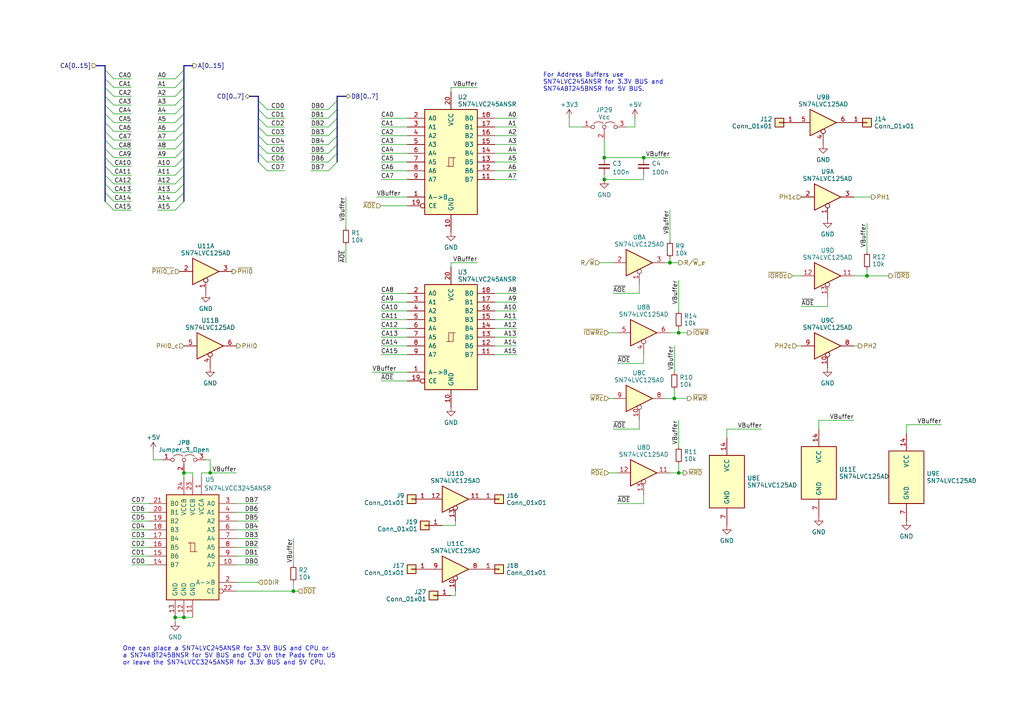
<source format=kicad_sch>
(kicad_sch (version 20231120) (generator "eeschema") (generator_version "8.0")
  (paper "A4")
  (title_block (date "2023-06-29") (rev "v1.0") (company "100% Offner") (comment 1 "v1: Initial"))
  (lib_symbols
    (symbol "74xx:74LS125" (pin_names (offset 1.016))
      (property "Reference" "U" (at 0 1.27 0))
      (property "Value" "74LS125" (at 0 -1.27 0))
      (symbol "74LS125_1_0"
        (polyline (pts (xy -3.81 3.81) (xy -3.81 -3.81) (xy 3.81 0) (xy -3.81 3.81)) (stroke (width 0.254)) (fill (type background)))
        (pin input inverted (at 0 -6.35 90) (length 4.445) (name "~") (number "1"))
        (pin input line (at -7.62 0 0) (length 3.81) (name "~") (number "2"))
        (pin tri_state line (at 7.62 0 180) (length 3.81) (name "~") (number "3"))
      )
      (symbol "74LS125_2_0"
        (polyline (pts (xy -3.81 3.81) (xy -3.81 -3.81) (xy 3.81 0) (xy -3.81 3.81)) (stroke (width 0.254)) (fill (type background)))
        (pin input inverted (at 0 -6.35 90) (length 4.445) (name "~") (number "4"))
        (pin input line (at -7.62 0 0) (length 3.81) (name "~") (number "5"))
        (pin tri_state line (at 7.62 0 180) (length 3.81) (name "~") (number "6"))
      )
      (symbol "74LS125_3_0"
        (polyline (pts (xy -3.81 3.81) (xy -3.81 -3.81) (xy 3.81 0) (xy -3.81 3.81)) (stroke (width 0.254)) (fill (type background)))
        (pin input inverted (at 0 -6.35 90) (length 4.445) (name "~") (number "10"))
        (pin tri_state line (at 7.62 0 180) (length 3.81) (name "~") (number "8"))
        (pin input line (at -7.62 0 0) (length 3.81) (name "~") (number "9"))
      )
      (symbol "74LS125_4_0"
        (polyline (pts (xy -3.81 3.81) (xy -3.81 -3.81) (xy 3.81 0) (xy -3.81 3.81)) (stroke (width 0.254)) (fill (type background)))
        (pin tri_state line (at 7.62 0 180) (length 3.81) (name "~") (number "11"))
        (pin input line (at -7.62 0 0) (length 3.81) (name "~") (number "12"))
        (pin input inverted (at 0 -6.35 90) (length 4.445) (name "~") (number "13"))
      )
      (symbol "74LS125_5_0"
        (pin power_in line (at 0 12.7 270) (length 5.08) (name "VCC") (number "14"))
        (pin power_in line (at 0 -12.7 90) (length 5.08) (name "GND") (number "7"))
      )
      (symbol "74LS125_5_1"
        (rectangle (start -5.08 7.62) (end 5.08 -7.62) (stroke (width 0.254)) (fill (type background)))
      )
    )
    (symbol "74xx:74LS245" (pin_names (offset 1.016))
      (property "Reference" "U" (at -7.62 16.51 0))
      (property "Value" "74LS245" (at -7.62 -16.51 0))
      (symbol "74LS245_1_0"
        (polyline (pts (xy -0.635 -1.27) (xy -0.635 1.27) (xy 0.635 1.27)))
        (polyline (pts (xy -1.27 -1.27) (xy 0.635 -1.27) (xy 0.635 1.27) (xy 1.27 1.27)))
        (pin input line (at -12.7 -10.16 0) (length 5.08) (name "A->B") (number "1"))
        (pin power_in line (at 0 -20.32 90) (length 5.08) (name "GND") (number "10"))
        (pin tri_state line (at 12.7 -5.08 180) (length 5.08) (name "B7") (number "11"))
        (pin tri_state line (at 12.7 -2.54 180) (length 5.08) (name "B6") (number "12"))
        (pin tri_state line (at 12.7 0 180) (length 5.08) (name "B5") (number "13"))
        (pin tri_state line (at 12.7 2.54 180) (length 5.08) (name "B4") (number "14"))
        (pin tri_state line (at 12.7 5.08 180) (length 5.08) (name "B3") (number "15"))
        (pin tri_state line (at 12.7 7.62 180) (length 5.08) (name "B2") (number "16"))
        (pin tri_state line (at 12.7 10.16 180) (length 5.08) (name "B1") (number "17"))
        (pin tri_state line (at 12.7 12.7 180) (length 5.08) (name "B0") (number "18"))
        (pin input inverted (at -12.7 -12.7 0) (length 5.08) (name "CE") (number "19"))
        (pin tri_state line (at -12.7 12.7 0) (length 5.08) (name "A0") (number "2"))
        (pin power_in line (at 0 20.32 270) (length 5.08) (name "VCC") (number "20"))
        (pin tri_state line (at -12.7 10.16 0) (length 5.08) (name "A1") (number "3"))
        (pin tri_state line (at -12.7 7.62 0) (length 5.08) (name "A2") (number "4"))
        (pin tri_state line (at -12.7 5.08 0) (length 5.08) (name "A3") (number "5"))
        (pin tri_state line (at -12.7 2.54 0) (length 5.08) (name "A4") (number "6"))
        (pin tri_state line (at -12.7 0 0) (length 5.08) (name "A5") (number "7"))
        (pin tri_state line (at -12.7 -2.54 0) (length 5.08) (name "A6") (number "8"))
        (pin tri_state line (at -12.7 -5.08 0) (length 5.08) (name "A7") (number "9"))
      )
      (symbol "74LS245_1_1"
        (rectangle (start -7.62 15.24) (end 7.62 -15.24) (stroke (width 0.254)) (fill (type background)))
      )
    )
    (symbol "Connector_Generic:Conn_01x01" (pin_names (offset 1.016) hide)
      (property "Reference" "J" (at 0 2.54 0))
      (property "Value" "Conn_01x01" (at 0 -2.54 0))
      (symbol "Conn_01x01_1_1"
        (rectangle (start -1.27 0.127) (end 0 -0.127) (stroke (width 0.1524)))
        (rectangle (start -1.27 1.27) (end 1.27 -1.27) (stroke (width 0.254)) (fill (type background)))
        (pin passive line (at -5.08 0 0) (length 3.81) (name "Pin_1") (number "1"))
      )
    )
    (symbol "Device:C_Small" (pin_numbers hide) (pin_names (offset 0.254) hide)
      (property "Reference" "C" (at 0.254 1.778 0))
      (property "Value" "C_Small" (at 0.254 -2.032 0))
      (symbol "C_Small_0_1"
        (polyline (pts (xy -1.524 -0.508) (xy 1.524 -0.508)) (stroke (width 0.3302)))
        (polyline (pts (xy -1.524 0.508) (xy 1.524 0.508)) (stroke (width 0.3048)))
      )
      (symbol "C_Small_1_1"
        (pin passive line (at 0 2.54 270) (length 2.032) (name "~") (number "1"))
        (pin passive line (at 0 -2.54 90) (length 2.032) (name "~") (number "2"))
      )
    )
    (symbol "Device:R_Small" (pin_numbers hide) (pin_names (offset 0.254) hide)
      (property "Reference" "R" (at 0.762 0.508 0))
      (property "Value" "R_Small" (at 0.762 -1.016 0))
      (symbol "R_Small_0_1"
        (rectangle (start -0.762 1.778) (end 0.762 -1.778) (stroke (width 0.2032)))
      )
      (symbol "R_Small_1_1"
        (pin passive line (at 0 2.54 270) (length 0.762) (name "~") (number "1"))
        (pin passive line (at 0 -2.54 90) (length 0.762) (name "~") (number "2"))
      )
    )
    (symbol "Jumper:Jumper_3_Open" (pin_names (offset 0) hide)
      (property "Reference" "JP" (at -2.54 -2.54 0))
      (property "Value" "Jumper_3_Open" (at 0 2.794 0))
      (symbol "Jumper_3_Open_0_0"
        (circle (center -3.302 0) (radius 0.508))
        (circle (center 0 0) (radius 0.508))
        (circle (center 3.302 0) (radius 0.508))
      )
      (symbol "Jumper_3_Open_0_1"
        (arc (start -0.254 1.016) (mid -1.651 1.4992) (end -3.048 1.016))
        (polyline (pts (xy 0 -0.508) (xy 0 -1.27)))
        (arc (start 3.048 1.016) (mid 1.651 1.4992) (end 0.254 1.016))
      )
      (symbol "Jumper_3_Open_1_1"
        (pin passive line (at -6.35 0 0) (length 2.54) (name "A") (number "1"))
        (pin passive line (at 0 -3.81 90) (length 2.54) (name "C") (number "2"))
        (pin passive line (at 6.35 0 180) (length 2.54) (name "B") (number "3"))
      )
    )
    (symbol "my_ics_new:74LVC4245" (pin_names (offset 1.016))
      (property "Reference" "U" (at -7.62 19.05 0))
      (property "Value" "74LVC4245" (at -10.16 16.51 0))
      (symbol "74LVC4245_1_0"
        (polyline (pts (xy -0.635 -1.27) (xy -0.635 1.27) (xy 0.635 1.27)))
        (polyline (pts (xy -1.27 -1.27) (xy 0.635 -1.27) (xy 0.635 1.27) (xy 1.27 1.27)))
        (pin power_in line (at -2.54 20.32 270) (length 5.08) (name "VCCA") (number "1"))
        (pin tri_state line (at -12.7 -5.08 0) (length 5.08) (name "A7") (number "10"))
        (pin power_in line (at 0 -20.32 90) (length 5.08) (name "GND") (number "11"))
        (pin power_in line (at 2.54 -20.32 90) (length 5.08) (name "GND") (number "12"))
        (pin power_in line (at 5.08 -20.32 90) (length 5.08) (name "GND") (number "13"))
        (pin tri_state line (at 12.7 -5.08 180) (length 5.08) (name "B7") (number "14"))
        (pin tri_state line (at 12.7 -2.54 180) (length 5.08) (name "B6") (number "15"))
        (pin tri_state line (at 12.7 0 180) (length 5.08) (name "B5") (number "16"))
        (pin tri_state line (at 12.7 2.54 180) (length 5.08) (name "B4") (number "17"))
        (pin tri_state line (at 12.7 5.08 180) (length 5.08) (name "B3") (number "18"))
        (pin tri_state line (at 12.7 7.62 180) (length 5.08) (name "B2") (number "19"))
        (pin input line (at -12.7 -10.16 0) (length 5.08) (name "A->B") (number "2"))
        (pin tri_state line (at 12.7 10.16 180) (length 5.08) (name "B1") (number "20"))
        (pin tri_state line (at 12.7 12.7 180) (length 5.08) (name "B0") (number "21"))
        (pin input inverted (at -12.7 -12.7 0) (length 5.08) (name "CE") (number "22"))
        (pin power_in line (at 0 20.32 270) (length 5.08) (name "VCCB") (number "23"))
        (pin power_in line (at 2.54 20.32 270) (length 5.08) (name "VCCB") (number "24"))
        (pin tri_state line (at -12.7 12.7 0) (length 5.08) (name "A0") (number "3"))
        (pin tri_state line (at -12.7 10.16 0) (length 5.08) (name "A1") (number "4"))
        (pin tri_state line (at -12.7 7.62 0) (length 5.08) (name "A2") (number "5"))
        (pin tri_state line (at -12.7 5.08 0) (length 5.08) (name "A3") (number "6"))
        (pin tri_state line (at -12.7 2.54 0) (length 5.08) (name "A4") (number "7"))
        (pin tri_state line (at -12.7 0 0) (length 5.08) (name "A5") (number "8"))
        (pin tri_state line (at -12.7 -2.54 0) (length 5.08) (name "A6") (number "9"))
      )
      (symbol "74LVC4245_1_1"
        (rectangle (start -7.62 15.24) (end 7.62 -15.24) (stroke (width 0.254)) (fill (type background)))
      )
    )
    (symbol "power:+3V3" (power) (pin_names (offset 0))
      (property "Value" "+3V3" (at 0 3.556 0))
      (symbol "+3V3_0_1"
        (polyline (pts (xy -0.762 1.27) (xy 0 2.54)))
        (polyline (pts (xy 0 0) (xy 0 2.54)))
        (polyline (pts (xy 0 2.54) (xy 0.762 1.27)))
      )
      (symbol "+3V3_1_1"
        (pin power_in line (at 0 0 90) (length 0) hide (name "+3V3") (number "1"))
      )
    )
    (symbol "power:+5V" (power) (pin_names (offset 0))
      (property "Value" "+5V" (at 0 3.556 0))
      (symbol "+5V_0_1"
        (polyline (pts (xy -0.762 1.27) (xy 0 2.54)))
        (polyline (pts (xy 0 0) (xy 0 2.54)))
        (polyline (pts (xy 0 2.54) (xy 0.762 1.27)))
      )
      (symbol "+5V_1_1"
        (pin power_in line (at 0 0 90) (length 0) hide (name "+5V") (number "1"))
      )
    )
    (symbol "power:GND" (power) (pin_names (offset 0))
      (property "Value" "GND" (at 0 -3.81 0))
      (symbol "GND_0_1"
        (polyline (pts (xy 0 0) (xy 0 -1.27) (xy 1.27 -1.27) (xy 0 -2.54) (xy -1.27 -1.27) (xy 0 -1.27)))
      )
      (symbol "GND_1_1"
        (pin power_in line (at 0 0 270) (length 0) hide (name "GND") (number "1"))
      )
    )
  )
  (junction (at 194.31 76.2))
  (junction (at 53.34 137.16))
  (junction (at 195.58 115.57))
  (junction (at 85.09 171.45))
  (junction (at 175.26 52.07))
  (junction (at 196.85 96.52))
  (junction (at 186.69 45.72))
  (junction (at 196.85 137.16))
  (junction (at 53.34 179.07))
  (junction (at 251.46 80.01))
  (junction (at 60.96 137.16))
  (junction (at 50.8 179.07))
  (junction (at 175.26 45.72))
  (bus_entry (at 53.34 22.86) (size -2.54 2.54))
  (bus_entry (at 53.34 53.34) (size -2.54 2.54))
  (bus_entry (at 53.34 25.4) (size -2.54 2.54))
  (bus_entry (at 53.34 43.18) (size -2.54 2.54))
  (bus_entry (at 30.48 53.34) (size 2.54 2.54))
  (bus_entry (at 30.48 22.86) (size 2.54 2.54))
  (bus_entry (at 30.48 45.72) (size 2.54 2.54))
  (bus_entry (at 30.48 27.94) (size 2.54 2.54))
  (bus_entry (at 74.93 41.91) (size 2.54 2.54))
  (bus_entry (at 30.48 30.48) (size 2.54 2.54))
  (bus_entry (at 30.48 58.42) (size 2.54 2.54))
  (bus_entry (at 74.93 36.83) (size 2.54 2.54))
  (bus_entry (at 74.93 39.37) (size 2.54 2.54))
  (bus_entry (at 30.48 55.88) (size 2.54 2.54))
  (bus_entry (at 74.93 44.45) (size 2.54 2.54))
  (bus_entry (at 53.34 40.64) (size -2.54 2.54))
  (bus_entry (at 53.34 55.88) (size -2.54 2.54))
  (bus_entry (at 97.79 29.21) (size -2.54 2.54))
  (bus_entry (at 74.93 29.21) (size 2.54 2.54))
  (bus_entry (at 30.48 50.8) (size 2.54 2.54))
  (bus_entry (at 53.34 30.48) (size -2.54 2.54))
  (bus_entry (at 30.48 48.26) (size 2.54 2.54))
  (bus_entry (at 53.34 38.1) (size -2.54 2.54))
  (bus_entry (at 53.34 45.72) (size -2.54 2.54))
  (bus_entry (at 53.34 33.02) (size -2.54 2.54))
  (bus_entry (at 53.34 58.42) (size -2.54 2.54))
  (bus_entry (at 53.34 35.56) (size -2.54 2.54))
  (bus_entry (at 53.34 20.32) (size -2.54 2.54))
  (bus_entry (at 74.93 46.99) (size 2.54 2.54))
  (bus_entry (at 74.93 31.75) (size 2.54 2.54))
  (bus_entry (at 74.93 34.29) (size 2.54 2.54))
  (bus_entry (at 97.79 31.75) (size -2.54 2.54))
  (bus_entry (at 53.34 50.8) (size -2.54 2.54))
  (bus_entry (at 30.48 38.1) (size 2.54 2.54))
  (bus_entry (at 30.48 43.18) (size 2.54 2.54))
  (bus_entry (at 30.48 25.4) (size 2.54 2.54))
  (bus_entry (at 53.34 27.94) (size -2.54 2.54))
  (bus_entry (at 97.79 36.83) (size -2.54 2.54))
  (bus_entry (at 53.34 48.26) (size -2.54 2.54))
  (bus_entry (at 97.79 44.45) (size -2.54 2.54))
  (bus_entry (at 30.48 35.56) (size 2.54 2.54))
  (bus_entry (at 97.79 46.99) (size -2.54 2.54))
  (bus_entry (at 30.48 20.32) (size 2.54 2.54))
  (bus_entry (at 97.79 41.91) (size -2.54 2.54))
  (bus_entry (at 30.48 40.64) (size 2.54 2.54))
  (bus_entry (at 97.79 34.29) (size -2.54 2.54))
  (bus_entry (at 30.48 33.02) (size 2.54 2.54))
  (bus_entry (at 97.79 39.37) (size -2.54 2.54))
  (wire (pts (xy 90.17 36.83) (xy 95.25 36.83)))
  (wire (pts (xy 143.51 95.25) (xy 149.86 95.25)))
  (wire (pts (xy 110.49 41.91) (xy 118.11 41.91)))
  (bus (pts (xy 30.48 50.8) (xy 30.48 48.26)))
  (bus (pts (xy 97.79 44.45) (xy 97.79 41.91)))
  (wire (pts (xy 74.93 148.59) (xy 68.58 148.59)))
  (bus (pts (xy 30.48 48.26) (xy 30.48 45.72)))
  (wire (pts (xy 110.49 90.17) (xy 118.11 90.17)))
  (wire (pts (xy 132.08 152.4) (xy 132.08 151.13)))
  (bus (pts (xy 97.79 41.91) (xy 97.79 39.37)))
  (wire (pts (xy 90.17 49.53) (xy 95.25 49.53)))
  (wire (pts (xy 90.17 31.75) (xy 95.25 31.75)))
  (wire (pts (xy 60.96 137.16) (xy 58.42 137.16)))
  (bus (pts (xy 53.34 33.02) (xy 53.34 30.48)))
  (wire (pts (xy 45.72 30.48) (xy 50.8 30.48)))
  (wire (pts (xy 251.46 78.105) (xy 251.46 80.01)))
  (bus (pts (xy 53.34 38.1) (xy 53.34 35.56)))
  (wire (pts (xy 90.17 39.37) (xy 95.25 39.37)))
  (wire (pts (xy 143.51 44.45) (xy 149.86 44.45)))
  (bus (pts (xy 30.48 38.1) (xy 30.48 35.56)))
  (wire (pts (xy 110.49 49.53) (xy 118.11 49.53)))
  (wire (pts (xy 195.58 113.03) (xy 195.58 115.57)))
  (wire (pts (xy 38.1 38.1) (xy 33.02 38.1)))
  (wire (pts (xy 251.46 80.01) (xy 257.81 80.01)))
  (bus (pts (xy 53.34 30.48) (xy 53.34 27.94)))
  (wire (pts (xy 68.58 137.16) (xy 60.96 137.16)))
  (wire (pts (xy 90.17 34.29) (xy 95.25 34.29)))
  (wire (pts (xy 132.08 172.72) (xy 132.08 171.45)))
  (wire (pts (xy 110.49 44.45) (xy 118.11 44.45)))
  (wire (pts (xy 100.33 57.15) (xy 100.33 66.04)))
  (wire (pts (xy 45.72 27.94) (xy 50.8 27.94)))
  (wire (pts (xy 185.42 85.09) (xy 185.42 82.55)))
  (wire (pts (xy 179.07 146.05) (xy 186.69 146.05)))
  (wire (pts (xy 110.49 110.49) (xy 118.11 110.49)))
  (wire (pts (xy 43.18 153.67) (xy 38.1 153.67)))
  (wire (pts (xy 82.55 41.91) (xy 77.47 41.91)))
  (wire (pts (xy 38.1 50.8) (xy 33.02 50.8)))
  (bus (pts (xy 53.34 45.72) (xy 53.34 43.18)))
  (wire (pts (xy 43.18 148.59) (xy 38.1 148.59)))
  (wire (pts (xy 143.51 49.53) (xy 149.86 49.53)))
  (wire (pts (xy 53.34 179.07) (xy 55.88 179.07)))
  (bus (pts (xy 74.93 39.37) (xy 74.93 36.83)))
  (wire (pts (xy 82.55 49.53) (xy 77.47 49.53)))
  (wire (pts (xy 186.69 45.72) (xy 194.31 45.72)))
  (wire (pts (xy 38.1 30.48) (xy 33.02 30.48)))
  (wire (pts (xy 38.1 55.88) (xy 33.02 55.88)))
  (wire (pts (xy 237.49 121.92) (xy 247.65 121.92)))
  (wire (pts (xy 82.55 39.37) (xy 77.47 39.37)))
  (wire (pts (xy 60.96 133.35) (xy 60.96 137.16)))
  (wire (pts (xy 232.41 88.9) (xy 240.03 88.9)))
  (wire (pts (xy 43.18 146.05) (xy 38.1 146.05)))
  (wire (pts (xy 45.72 53.34) (xy 50.8 53.34)))
  (bus (pts (xy 53.34 22.86) (xy 53.34 20.32)))
  (wire (pts (xy 86.36 171.45) (xy 85.09 171.45)))
  (bus (pts (xy 53.34 25.4) (xy 53.34 22.86)))
  (wire (pts (xy 252.73 57.15) (xy 247.65 57.15)))
  (wire (pts (xy 110.49 34.29) (xy 118.11 34.29)))
  (bus (pts (xy 53.34 27.94) (xy 53.34 25.4)))
  (wire (pts (xy 251.46 64.77) (xy 251.46 73.025)))
  (wire (pts (xy 168.91 36.83) (xy 165.1 36.83)))
  (wire (pts (xy 45.72 60.96) (xy 50.8 60.96)))
  (wire (pts (xy 74.93 156.21) (xy 68.58 156.21)))
  (bus (pts (xy 30.48 35.56) (xy 30.48 33.02)))
  (wire (pts (xy 38.1 35.56) (xy 33.02 35.56)))
  (wire (pts (xy 237.49 124.46) (xy 237.49 121.92)))
  (wire (pts (xy 45.72 25.4) (xy 50.8 25.4)))
  (bus (pts (xy 30.48 19.05) (xy 27.94 19.05)))
  (bus (pts (xy 53.34 20.32) (xy 53.34 19.05)))
  (wire (pts (xy 90.17 46.99) (xy 95.25 46.99)))
  (bus (pts (xy 74.93 27.94) (xy 72.39 27.94)))
  (wire (pts (xy 109.22 57.15) (xy 118.11 57.15)))
  (bus (pts (xy 97.79 27.94) (xy 100.33 27.94)))
  (wire (pts (xy 110.49 52.07) (xy 118.11 52.07)))
  (wire (pts (xy 130.81 172.72) (xy 132.08 172.72)))
  (bus (pts (xy 97.79 36.83) (xy 97.79 34.29)))
  (bus (pts (xy 30.48 30.48) (xy 30.48 27.94)))
  (wire (pts (xy 173.99 76.2) (xy 177.8 76.2)))
  (wire (pts (xy 177.8 124.46) (xy 185.42 124.46)))
  (wire (pts (xy 110.49 100.33) (xy 118.11 100.33)))
  (wire (pts (xy 45.72 22.86) (xy 50.8 22.86)))
  (bus (pts (xy 30.48 40.64) (xy 30.48 38.1)))
  (wire (pts (xy 143.51 87.63) (xy 149.86 87.63)))
  (wire (pts (xy 110.49 36.83) (xy 118.11 36.83)))
  (wire (pts (xy 194.31 137.16) (xy 196.85 137.16)))
  (wire (pts (xy 247.65 80.01) (xy 251.46 80.01)))
  (wire (pts (xy 38.1 60.96) (xy 33.02 60.96)))
  (wire (pts (xy 110.49 92.71) (xy 118.11 92.71)))
  (wire (pts (xy 45.72 35.56) (xy 50.8 35.56)))
  (wire (pts (xy 100.33 71.12) (xy 100.33 76.2)))
  (wire (pts (xy 38.1 33.02) (xy 33.02 33.02)))
  (wire (pts (xy 74.93 163.83) (xy 68.58 163.83)))
  (wire (pts (xy 196.85 95.25) (xy 196.85 96.52)))
  (wire (pts (xy 43.18 158.75) (xy 38.1 158.75)))
  (bus (pts (xy 53.34 50.8) (xy 53.34 48.26)))
  (wire (pts (xy 58.42 137.16) (xy 58.42 138.43)))
  (wire (pts (xy 143.51 39.37) (xy 149.86 39.37)))
  (wire (pts (xy 38.1 48.26) (xy 33.02 48.26)))
  (wire (pts (xy 45.72 58.42) (xy 50.8 58.42)))
  (wire (pts (xy 143.51 52.07) (xy 149.86 52.07)))
  (bus (pts (xy 30.48 43.18) (xy 30.48 40.64)))
  (bus (pts (xy 30.48 53.34) (xy 30.48 50.8)))
  (bus (pts (xy 30.48 58.42) (xy 30.48 55.88)))
  (wire (pts (xy 175.26 40.64) (xy 175.26 45.72)))
  (wire (pts (xy 175.26 52.07) (xy 175.26 50.8)))
  (wire (pts (xy 143.51 46.99) (xy 149.86 46.99)))
  (wire (pts (xy 45.72 50.8) (xy 50.8 50.8)))
  (wire (pts (xy 59.69 133.35) (xy 60.96 133.35)))
  (wire (pts (xy 240.03 88.9) (xy 240.03 86.36)))
  (wire (pts (xy 229.87 80.01) (xy 232.41 80.01)))
  (wire (pts (xy 38.1 22.86) (xy 33.02 22.86)))
  (wire (pts (xy 110.49 46.99) (xy 118.11 46.99)))
  (wire (pts (xy 196.85 134.62) (xy 196.85 137.16)))
  (bus (pts (xy 97.79 34.29) (xy 97.79 31.75)))
  (bus (pts (xy 30.48 25.4) (xy 30.48 22.86)))
  (wire (pts (xy 143.51 90.17) (xy 149.86 90.17)))
  (bus (pts (xy 97.79 29.21) (xy 97.79 27.94)))
  (wire (pts (xy 43.18 163.83) (xy 38.1 163.83)))
  (bus (pts (xy 97.79 39.37) (xy 97.79 36.83)))
  (wire (pts (xy 85.09 168.91) (xy 85.09 171.45)))
  (bus (pts (xy 30.48 22.86) (xy 30.48 20.32)))
  (bus (pts (xy 30.48 33.02) (xy 30.48 30.48)))
  (wire (pts (xy 143.51 41.91) (xy 149.86 41.91)))
  (bus (pts (xy 30.48 55.88) (xy 30.48 53.34)))
  (bus (pts (xy 30.48 20.32) (xy 30.48 19.05)))
  (bus (pts (xy 53.34 35.56) (xy 53.34 33.02)))
  (wire (pts (xy 50.8 180.34) (xy 50.8 179.07)))
  (wire (pts (xy 210.82 127) (xy 210.82 124.46)))
  (bus (pts (xy 74.93 34.29) (xy 74.93 31.75)))
  (wire (pts (xy 194.31 60.96) (xy 194.31 69.85)))
  (wire (pts (xy 130.81 76.2) (xy 138.43 76.2)))
  (wire (pts (xy 175.26 45.72) (xy 186.69 45.72)))
  (wire (pts (xy 179.07 105.41) (xy 186.69 105.41)))
  (wire (pts (xy 231.14 100.33) (xy 232.41 100.33)))
  (wire (pts (xy 186.69 52.07) (xy 186.69 50.8)))
  (wire (pts (xy 82.55 46.99) (xy 77.47 46.99)))
  (wire (pts (xy 38.1 25.4) (xy 33.02 25.4)))
  (wire (pts (xy 248.92 100.33) (xy 247.65 100.33)))
  (wire (pts (xy 82.55 44.45) (xy 77.47 44.45)))
  (wire (pts (xy 196.85 81.28) (xy 196.85 90.17)))
  (wire (pts (xy 82.55 36.83) (xy 77.47 36.83)))
  (wire (pts (xy 262.89 125.73) (xy 262.89 123.19)))
  (wire (pts (xy 38.1 45.72) (xy 33.02 45.72)))
  (bus (pts (xy 53.34 19.05) (xy 55.88 19.05)))
  (wire (pts (xy 68.58 171.45) (xy 85.09 171.45)))
  (bus (pts (xy 74.93 31.75) (xy 74.93 29.21)))
  (wire (pts (xy 45.72 40.64) (xy 50.8 40.64)))
  (wire (pts (xy 143.51 102.87) (xy 149.86 102.87)))
  (wire (pts (xy 45.72 48.26) (xy 50.8 48.26)))
  (wire (pts (xy 107.95 107.95) (xy 118.11 107.95)))
  (wire (pts (xy 38.1 58.42) (xy 33.02 58.42)))
  (bus (pts (xy 53.34 58.42) (xy 53.34 55.88)))
  (bus (pts (xy 74.93 29.21) (xy 74.93 27.94)))
  (wire (pts (xy 45.72 55.88) (xy 50.8 55.88)))
  (wire (pts (xy 82.55 34.29) (xy 77.47 34.29)))
  (bus (pts (xy 74.93 41.91) (xy 74.93 39.37)))
  (wire (pts (xy 184.15 36.83) (xy 181.61 36.83)))
  (wire (pts (xy 85.09 156.21) (xy 85.09 163.83)))
  (bus (pts (xy 97.79 46.99) (xy 97.79 44.45)))
  (wire (pts (xy 53.34 137.16) (xy 53.34 138.43)))
  (wire (pts (xy 176.53 137.16) (xy 179.07 137.16)))
  (wire (pts (xy 53.34 137.16) (xy 55.88 137.16)))
  (wire (pts (xy 185.42 124.46) (xy 185.42 121.92)))
  (wire (pts (xy 90.17 44.45) (xy 95.25 44.45)))
  (bus (pts (xy 53.34 43.18) (xy 53.34 40.64)))
  (wire (pts (xy 90.17 41.91) (xy 95.25 41.91)))
  (bus (pts (xy 53.34 55.88) (xy 53.34 53.34)))
  (wire (pts (xy 194.31 76.2) (xy 196.85 76.2)))
  (wire (pts (xy 74.93 168.91) (xy 68.58 168.91)))
  (bus (pts (xy 30.48 45.72) (xy 30.48 43.18)))
  (wire (pts (xy 38.1 53.34) (xy 33.02 53.34)))
  (wire (pts (xy 38.1 43.18) (xy 33.02 43.18)))
  (bus (pts (xy 74.93 36.83) (xy 74.93 34.29)))
  (wire (pts (xy 110.49 87.63) (xy 118.11 87.63)))
  (bus (pts (xy 30.48 27.94) (xy 30.48 25.4)))
  (wire (pts (xy 186.69 105.41) (xy 186.69 102.87)))
  (wire (pts (xy 44.45 130.81) (xy 44.45 133.35)))
  (wire (pts (xy 50.8 179.07) (xy 53.34 179.07)))
  (wire (pts (xy 74.93 151.13) (xy 68.58 151.13)))
  (wire (pts (xy 143.51 100.33) (xy 149.86 100.33)))
  (wire (pts (xy 196.85 96.52) (xy 199.39 96.52)))
  (wire (pts (xy 143.51 92.71) (xy 149.86 92.71)))
  (wire (pts (xy 45.72 38.1) (xy 50.8 38.1)))
  (wire (pts (xy 74.93 161.29) (xy 68.58 161.29)))
  (wire (pts (xy 130.81 25.4) (xy 130.81 26.67)))
  (wire (pts (xy 130.81 76.2) (xy 130.81 77.47)))
  (wire (pts (xy 195.58 100.33) (xy 195.58 107.95)))
  (wire (pts (xy 143.51 36.83) (xy 149.86 36.83)))
  (wire (pts (xy 196.85 121.92) (xy 196.85 129.54)))
  (bus (pts (xy 53.34 53.34) (xy 53.34 50.8)))
  (wire (pts (xy 193.04 115.57) (xy 195.58 115.57)))
  (wire (pts (xy 175.26 52.07) (xy 186.69 52.07)))
  (wire (pts (xy 194.31 96.52) (xy 196.85 96.52)))
  (wire (pts (xy 110.49 85.09) (xy 118.11 85.09)))
  (bus (pts (xy 53.34 40.64) (xy 53.34 38.1)))
  (wire (pts (xy 177.8 85.09) (xy 185.42 85.09)))
  (wire (pts (xy 110.49 102.87) (xy 118.11 102.87)))
  (wire (pts (xy 110.49 97.79) (xy 118.11 97.79)))
  (wire (pts (xy 110.49 59.69) (xy 118.11 59.69)))
  (wire (pts (xy 186.69 146.05) (xy 186.69 143.51)))
  (bus (pts (xy 74.93 46.99) (xy 74.93 44.45)))
  (wire (pts (xy 176.53 96.52) (xy 179.07 96.52)))
  (wire (pts (xy 43.18 161.29) (xy 38.1 161.29)))
  (wire (pts (xy 74.93 158.75) (xy 68.58 158.75)))
  (wire (pts (xy 210.82 124.46) (xy 220.98 124.46)))
  (wire (pts (xy 130.81 25.4) (xy 138.43 25.4)))
  (wire (pts (xy 43.18 151.13) (xy 38.1 151.13)))
  (wire (pts (xy 128.27 152.4) (xy 132.08 152.4)))
  (wire (pts (xy 193.04 76.2) (xy 194.31 76.2)))
  (wire (pts (xy 143.51 34.29) (xy 149.86 34.29)))
  (wire (pts (xy 262.89 123.19) (xy 273.05 123.19)))
  (wire (pts (xy 110.49 95.25) (xy 118.11 95.25)))
  (wire (pts (xy 143.51 97.79) (xy 149.86 97.79)))
  (wire (pts (xy 38.1 27.94) (xy 33.02 27.94)))
  (wire (pts (xy 45.72 45.72) (xy 50.8 45.72)))
  (wire (pts (xy 184.15 34.29) (xy 184.15 36.83)))
  (bus (pts (xy 74.93 44.45) (xy 74.93 41.91)))
  (wire (pts (xy 194.31 74.93) (xy 194.31 76.2)))
  (wire (pts (xy 43.18 156.21) (xy 38.1 156.21)))
  (wire (pts (xy 195.58 115.57) (xy 199.39 115.57)))
  (wire (pts (xy 45.72 43.18) (xy 50.8 43.18)))
  (wire (pts (xy 143.51 85.09) (xy 149.86 85.09)))
  (wire (pts (xy 55.88 137.16) (xy 55.88 138.43)))
  (wire (pts (xy 82.55 31.75) (xy 77.47 31.75)))
  (wire (pts (xy 196.85 137.16) (xy 198.12 137.16)))
  (wire (pts (xy 74.93 146.05) (xy 68.58 146.05)))
  (wire (pts (xy 165.1 34.29) (xy 165.1 36.83)))
  (bus (pts (xy 97.79 31.75) (xy 97.79 29.21)))
  (wire (pts (xy 74.93 153.67) (xy 68.58 153.67)))
  (wire (pts (xy 38.1 40.64) (xy 33.02 40.64)))
  (bus (pts (xy 53.34 48.26) (xy 53.34 45.72)))
  (wire (pts (xy 44.45 133.35) (xy 46.99 133.35)))
  (wire (pts (xy 45.72 33.02) (xy 50.8 33.02)))
  (wire (pts (xy 176.53 115.57) (xy 177.8 115.57)))
  (wire (pts (xy 110.49 39.37) (xy 118.11 39.37)))
  (text "One can place a SN74LVC245ANSR for 3.3V BUS and CPU or\na SN74ABT245BNSR for 5V BUS and CPU on the Pads from U5\nor leave the SN74LVCC3245ANSR for 3.3V BUS and 5V CPU.\n" (at 35.56 193.04 0) (effects (font (size 1.27 1.27)) (justify left bottom)))
  (text "For Address Buffers use \nSN74LVC245ANSR for 3.3V BUS and\nSN74ABT245BNSR for 5V BUS." (at 157.48 26.67 0) (effects (font (size 1.27 1.27)) (justify left bottom)))
  (label "CA9" (at 110.49 87.63 0))
  (label "CA8" (at 38.1 43.18 180))
  (label "A5" (at 45.72 35.56 0))
  (label "DB7" (at 74.93 146.05 180))
  (label "CD2" (at 82.55 36.83 180))
  (label "VBuffer" (at 138.43 76.2 180))
  (label "DB2" (at 90.17 36.83 0))
  (label "A14" (at 45.72 58.42 0))
  (label "A11" (at 45.72 50.8 0))
  (label "CD3" (at 82.55 39.37 180))
  (label "CD2" (at 38.1 158.75 0))
  (label "CD6" (at 82.55 46.99 180))
  (label "DB5" (at 74.93 151.13 180))
  (label "A14" (at 149.86 100.33 180))
  (label "A2" (at 45.72 27.94 0))
  (label "A7" (at 45.72 40.64 0))
  (label "A15" (at 45.72 60.96 0))
  (label "CA5" (at 110.49 46.99 0))
  (label "DB3" (at 90.17 39.37 0))
  (label "CA3" (at 110.49 41.91 0))
  (label "A13" (at 149.86 97.79 180))
  (label "DB5" (at 90.17 44.45 0))
  (label "VBuffer" (at 109.22 57.15 0))
  (label "DB6" (at 74.93 148.59 180))
  (label "DB4" (at 74.93 153.67 180))
  (label "A1" (at 45.72 25.4 0))
  (label "CD6" (at 38.1 148.59 0))
  (label "A8" (at 45.72 43.18 0))
  (label "A8" (at 149.86 85.09 180))
  (label "~{AOE}" (at 179.07 146.05 0))
  (label "CA2" (at 38.1 27.94 180))
  (label "~{AOE}" (at 177.8 85.09 0))
  (label "CD0" (at 82.55 31.75 180))
  (label "~{AOE}" (at 179.07 105.41 0))
  (label "CA1" (at 38.1 25.4 180))
  (label "A9" (at 149.86 87.63 180))
  (label "A5" (at 149.86 46.99 180))
  (label "DB1" (at 74.93 161.29 180))
  (label "CA8" (at 110.49 85.09 0))
  (label "~{AOE}" (at 177.8 124.46 0))
  (label "DB1" (at 90.17 34.29 0))
  (label "CA1" (at 110.49 36.83 0))
  (label "CD5" (at 38.1 151.13 0))
  (label "DB3" (at 74.93 156.21 180))
  (label "CD7" (at 82.55 49.53 180))
  (label "A4" (at 45.72 33.02 0))
  (label "DB0" (at 90.17 31.75 0))
  (label "VBuffer" (at 251.46 64.77 270))
  (label "~{AOE}" (at 232.41 88.9 0))
  (label "DB6" (at 90.17 46.99 0))
  (label "CA6" (at 110.49 49.53 0))
  (label "CA7" (at 110.49 52.07 0))
  (label "A7" (at 149.86 52.07 180))
  (label "CA14" (at 38.1 58.42 180))
  (label "CD4" (at 82.55 41.91 180))
  (label "A6" (at 149.86 49.53 180))
  (label "A6" (at 45.72 38.1 0))
  (label "CA10" (at 110.49 90.17 0))
  (label "CA5" (at 38.1 35.56 180))
  (label "VBuffer" (at 247.65 121.92 180))
  (label "CA9" (at 38.1 45.72 180))
  (label "A9" (at 45.72 45.72 0))
  (label "CD1" (at 82.55 34.29 180))
  (label "CA10" (at 38.1 48.26 180))
  (label "A1" (at 149.86 36.83 180))
  (label "VBuffer" (at 273.05 123.19 180))
  (label "A12" (at 45.72 53.34 0))
  (label "~{AOE}" (at 110.49 110.49 0))
  (label "A10" (at 149.86 90.17 180))
  (label "CD0" (at 38.1 163.83 0))
  (label "VBuffer" (at 194.31 60.96 270))
  (label "CA4" (at 38.1 33.02 180))
  (label "CA12" (at 38.1 53.34 180))
  (label "DB7" (at 90.17 49.53 0))
  (label "A12" (at 149.86 95.25 180))
  (label "CD3" (at 38.1 156.21 0))
  (label "VBuffer" (at 107.95 107.95 0))
  (label "A4" (at 149.86 44.45 180))
  (label "CA12" (at 110.49 95.25 0))
  (label "CA11" (at 110.49 92.71 0))
  (label "VBuffer" (at 194.31 45.72 180))
  (label "CA2" (at 110.49 39.37 0))
  (label "A3" (at 45.72 30.48 0))
  (label "A2" (at 149.86 39.37 180))
  (label "VBuffer" (at 220.98 124.46 180))
  (label "CA3" (at 38.1 30.48 180))
  (label "A10" (at 45.72 48.26 0))
  (label "CA6" (at 38.1 38.1 180))
  (label "VBuffer" (at 196.85 81.28 270))
  (label "VBuffer" (at 195.58 100.33 270))
  (label "VBuffer" (at 68.58 137.16 180))
  (label "A15" (at 149.86 102.87 180))
  (label "CA0" (at 38.1 22.86 180))
  (label "DB4" (at 90.17 41.91 0))
  (label "CA14" (at 110.49 100.33 0))
  (label "CD7" (at 38.1 146.05 0))
  (label "VBuffer" (at 100.33 57.15 270))
  (label "A3" (at 149.86 41.91 180))
  (label "A13" (at 45.72 55.88 0))
  (label "CD1" (at 38.1 161.29 0))
  (label "A0" (at 45.72 22.86 0))
  (label "CA15" (at 110.49 102.87 0))
  (label "A11" (at 149.86 92.71 180))
  (label "A0" (at 149.86 34.29 180))
  (label "VBuffer" (at 196.85 121.92 270))
  (label "VBuffer" (at 85.09 156.21 270))
  (label "CA4" (at 110.49 44.45 0))
  (label "CD4" (at 38.1 153.67 0))
  (label "VBuffer" (at 138.43 25.4 180))
  (label "CD5" (at 82.55 44.45 180))
  (label "CA13" (at 38.1 55.88 180))
  (label "DB0" (at 74.93 163.83 180))
  (label "CA11" (at 38.1 50.8 180))
  (label "CA7" (at 38.1 40.64 180))
  (label "CA0" (at 110.49 34.29 0))
  (label "~{AOE}" (at 100.33 76.2 90))
  (label "CA15" (at 38.1 60.96 180))
  (label "DB2" (at 74.93 158.75 180))
  (label "CA13" (at 110.49 97.79 0))
  (hierarchical_label "R{slash}~{W}_e" (shape output) (at 196.85 76.2 0))
  (hierarchical_label "~{IORD}" (shape output) (at 257.81 80.01 0))
  (hierarchical_label "CD[0..7]" (shape bidirectional) (at 72.39 27.94 180))
  (hierarchical_label "PH2" (shape output) (at 248.92 100.33 0))
  (hierarchical_label "DDIR" (shape input) (at 74.93 168.91 0))
  (hierarchical_label "PH1c" (shape input) (at 232.41 57.15 180))
  (hierarchical_label "~{MWR}" (shape output) (at 199.39 115.57 0))
  (hierarchical_label "DB[0..7]" (shape bidirectional) (at 100.33 27.94 0))
  (hierarchical_label "~{IOWR}" (shape output) (at 199.39 96.52 0))
  (hierarchical_label "A[0..15]" (shape output) (at 55.88 19.05 0))
  (hierarchical_label "PH1" (shape output) (at 252.73 57.15 0))
  (hierarchical_label "PHI0" (shape output) (at 68.58 100.33 0))
  (hierarchical_label "~{MRD}" (shape output) (at 198.12 137.16 0))
  (hierarchical_label "~{AOE}" (shape input) (at 110.49 59.69 180))
  (hierarchical_label "R{slash}~{W}" (shape input) (at 173.99 76.2 180))
  (hierarchical_label "CA[0..15]" (shape input) (at 27.94 19.05 180))
  (hierarchical_label "~{IORDc}" (shape input) (at 229.87 80.01 180))
  (hierarchical_label "~{WRc}" (shape input) (at 176.53 115.57 180))
  (hierarchical_label "~{RDc}" (shape input) (at 176.53 137.16 180))
  (hierarchical_label "~{DOE}" (shape input) (at 86.36 171.45 0))
  (hierarchical_label "~{IOWRc}" (shape input) (at 176.53 96.52 180))
  (hierarchical_label "PHI0_c" (shape input) (at 53.34 100.33 180))
  (hierarchical_label "~{PHI0_c}" (shape input) (at 52.07 78.74 180))
  (hierarchical_label "PH2c" (shape input) (at 231.14 100.33 180))
  (hierarchical_label "~{PHI0}" (shape output) (at 67.31 78.74 0))
  (symbol (lib_id "Connector_Generic:Conn_01x01") (at 123.19 152.4 0) (mirror y) (unit 1) (in_bom no)
    (property "Reference" "J19" (at 121.158 151.376 0) (effects (justify left)))
    (property "Value" "Conn_01x01" (at 121.158 153.424 0) (effects (justify left)))
    (property "Footprint" "Connector_PinHeader_1.27mm:PinHeader_1x01_P1.27mm_Vertical" (effects (hide yes)))
  )
  (symbol (lib_id "74xx:74LS125") (at 240.03 80.01 0) (unit 4)
    (property "Reference" "U9" (at 240.03 72.62 0))
    (property "Value" "SN74LVC125AD" (at 240.03 74.668 0))
    (property "Footprint" "Package_SO:SOIC-14_3.9x8.7mm_P1.27mm" (effects (hide yes)))
    (property "Datasheet" "http://www.ti.com/lit/gpn/sn74LS125" (effects (hide yes)))
  )
  (symbol (lib_id "power:GND") (at 50.8 180.34 0) (mirror y) (unit 1)
    (property "Reference" "#PWR038" (effects (hide yes)))
    (property "Value" "GND" (at 50.8 184.7834 0))
  )
  (symbol (lib_id "74xx:74LS125") (at 262.89 138.43 0) (unit 5)
    (property "Reference" "U9" (at 268.732 137.406 0) (effects (justify left)))
    (property "Value" "SN74LVC125AD" (at 268.732 139.454 0) (effects (justify left)))
    (property "Footprint" "Package_SO:SOIC-14_3.9x8.7mm_P1.27mm" (effects (hide yes)))
    (property "Datasheet" "http://www.ti.com/lit/gpn/sn74LS125" (effects (hide yes)))
  )
  (symbol (lib_id "Device:R_Small") (at 100.33 68.58 0) (unit 1)
    (property "Reference" "R1" (at 101.8286 67.556 0) (effects (justify left)))
    (property "Value" "10k" (at 101.8286 69.604 0) (effects (justify left)))
    (property "Footprint" "Resistor_SMD:R_1206_3216Metric_Pad1.30x1.75mm_HandSolder" (effects (hide yes)))
  )
  (symbol (lib_id "Device:R_Small") (at 194.31 72.39 0) (unit 1)
    (property "Reference" "R9" (at 195.8086 71.366 0) (effects (justify left)))
    (property "Value" "10k" (at 195.8086 73.414 0) (effects (justify left)))
    (property "Footprint" "Resistor_SMD:R_1206_3216Metric_Pad1.30x1.75mm_HandSolder" (effects (hide yes)))
  )
  (symbol (lib_id "Device:R_Small") (at 85.09 166.37 0) (unit 1)
    (property "Reference" "R2" (at 86.5886 165.346 0) (effects (justify left)))
    (property "Value" "10k" (at 86.5886 167.394 0) (effects (justify left)))
    (property "Footprint" "Resistor_SMD:R_1206_3216Metric_Pad1.30x1.75mm_HandSolder" (effects (hide yes)))
  )
  (symbol (lib_id "Device:R_Small") (at 196.85 132.08 0) (unit 1)
    (property "Reference" "R11" (at 198.3486 131.056 0) (effects (justify left)))
    (property "Value" "10k" (at 198.3486 133.104 0) (effects (justify left)))
    (property "Footprint" "Resistor_SMD:R_1206_3216Metric_Pad1.30x1.75mm_HandSolder" (effects (hide yes)))
  )
  (symbol (lib_id "74xx:74LS125") (at 132.08 144.78 0) (unit 4)
    (property "Reference" "U11" (at 132.08 137.39 0))
    (property "Value" "SN74LVC125AD" (at 132.08 139.438 0))
    (property "Footprint" "Package_SO:SOIC-14_3.9x8.7mm_P1.27mm" (effects (hide yes)))
    (property "Datasheet" "http://www.ti.com/lit/gpn/sn74LS125" (effects (hide yes)))
  )
  (symbol (lib_id "my_ics_new:74LVC4245") (at 55.88 158.75 0) (mirror y) (unit 1)
    (property "Reference" "U5" (at 62.23 139.065 0) (effects (justify left)))
    (property "Value" "SN74LVCC3245ANSR" (at 78.74 141.605 0) (effects (justify left)))
    (property "Footprint" "Package_SO:SO-24_5.3x15mm_P1.27mm" (effects (hide yes)))
    (property "Datasheet" "https://www.ti.com/lit/ds/symlink/sn74lvc4245a.pdf" (effects (hide yes)))
  )
  (symbol (lib_id "power:GND") (at 210.82 152.4 0) (mirror y) (unit 1)
    (property "Reference" "#PWR014" (effects (hide yes)))
    (property "Value" "GND" (at 210.82 156.8434 0))
  )
  (symbol (lib_id "power:GND") (at 237.49 149.86 0) (mirror y) (unit 1)
    (property "Reference" "#PWR052" (effects (hide yes)))
    (property "Value" "GND" (at 237.49 154.3034 0))
  )
  (symbol (lib_id "power:GND") (at 240.03 63.5 0) (mirror y) (unit 1)
    (property "Reference" "#PWR09" (effects (hide yes)))
    (property "Value" "GND" (at 240.03 67.9434 0))
  )
  (symbol (lib_id "Jumper:Jumper_3_Open") (at 53.34 133.35 0) (unit 1) (in_bom no)
    (property "Reference" "JP8" (at 53.34 128.3978 0))
    (property "Value" "Jumper_3_Open" (at 53.34 130.4458 0))
    (property "Footprint" "Jumper:SolderJumper-3_P1.3mm_Open_Pad1.0x1.5mm_NumberLabels" (effects (hide yes)))
  )
  (symbol (lib_id "74xx:74LS125") (at 186.69 137.16 0) (unit 4)
    (property "Reference" "U8" (at 186.69 129.77 0))
    (property "Value" "SN74LVC125AD" (at 186.69 131.818 0))
    (property "Footprint" "Package_SO:SOIC-14_3.9x8.7mm_P1.27mm" (effects (hide yes)))
    (property "Datasheet" "http://www.ti.com/lit/gpn/sn74LS125" (effects (hide yes)))
  )
  (symbol (lib_id "74xx:74LS125") (at 237.49 137.16 0) (unit 5)
    (property "Reference" "U11" (at 243.332 136.136 0) (effects (justify left)))
    (property "Value" "SN74LVC125AD" (at 243.332 138.184 0) (effects (justify left)))
    (property "Footprint" "Package_SO:SOIC-14_3.9x8.7mm_P1.27mm" (effects (hide yes)))
    (property "Datasheet" "http://www.ti.com/lit/gpn/sn74LS125" (effects (hide yes)))
  )
  (symbol (lib_id "74xx:74LS125") (at 210.82 139.7 0) (unit 5)
    (property "Reference" "U8" (at 216.662 138.676 0) (effects (justify left)))
    (property "Value" "SN74LVC125AD" (at 216.662 140.724 0) (effects (justify left)))
    (property "Footprint" "Package_SO:SOIC-14_3.9x8.7mm_P1.27mm" (effects (hide yes)))
    (property "Datasheet" "http://www.ti.com/lit/gpn/sn74LS125" (effects (hide yes)))
  )
  (symbol (lib_id "Connector_Generic:Conn_01x01") (at 251.46 35.56 0) (unit 1) (in_bom no)
    (property "Reference" "J14" (at 253.492 34.536 0) (effects (justify left)))
    (property "Value" "Conn_01x01" (at 253.492 36.584 0) (effects (justify left)))
    (property "Footprint" "Connector_PinHeader_1.27mm:PinHeader_1x01_P1.27mm_Vertical" (effects (hide yes)))
  )
  (symbol (lib_id "power:GND") (at 262.89 151.13 0) (mirror y) (unit 1)
    (property "Reference" "#PWR013" (effects (hide yes)))
    (property "Value" "GND" (at 262.89 155.5734 0))
  )
  (symbol (lib_id "power:GND") (at 60.96 106.68 0) (unit 1)
    (property "Reference" "#PWR058" (effects (hide yes)))
    (property "Value" "GND" (at 60.96 111.1234 0))
  )
  (symbol (lib_id "Connector_Generic:Conn_01x01") (at 125.73 172.72 0) (mirror y) (unit 1) (in_bom no)
    (property "Reference" "J27" (at 123.698 171.696 0) (effects (justify left)))
    (property "Value" "Conn_01x01" (at 123.698 173.744 0) (effects (justify left)))
    (property "Footprint" "Connector_PinHeader_1.27mm:PinHeader_1x01_P1.27mm_Vertical" (effects (hide yes)))
  )
  (symbol (lib_id "Jumper:Jumper_3_Open") (at 175.26 36.83 0) (unit 1) (in_bom no)
    (property "Reference" "JP29" (at 175.26 31.8778 0))
    (property "Value" "Vcc" (at 175.26 33.9258 0))
    (property "Footprint" "Jumper:SolderJumper-3_P1.3mm_Open_RoundedPad1.0x1.5mm_NumberLabels" (effects (hide yes)))
  )
  (symbol (lib_id "power:GND") (at 130.81 118.11 0) (unit 1)
    (property "Reference" "#PWR015" (effects (hide yes)))
    (property "Value" "GND" (at 130.81 122.5534 0))
  )
  (symbol (lib_id "power:+3V3") (at 165.1 34.29 0) (unit 1)
    (property "Reference" "#PWR041" (effects (hide yes)))
    (property "Value" "+3V3" (at 165.1 30.345 0))
  )
  (symbol (lib_id "74xx:74LS125") (at 132.08 165.1 0) (unit 3)
    (property "Reference" "U11" (at 132.08 157.71 0))
    (property "Value" "SN74LVC125AD" (at 132.08 159.758 0))
    (property "Footprint" "Package_SO:SOIC-14_3.9x8.7mm_P1.27mm" (effects (hide yes)))
    (property "Datasheet" "http://www.ti.com/lit/gpn/sn74LS125" (effects (hide yes)))
  )
  (symbol (lib_id "74xx:74LS125") (at 59.69 78.74 0) (unit 1)
    (property "Reference" "U11" (at 59.69 71.35 0))
    (property "Value" "SN74LVC125AD" (at 59.69 73.398 0))
    (property "Footprint" "Package_SO:SOIC-14_3.9x8.7mm_P1.27mm" (effects (hide yes)))
    (property "Datasheet" "http://www.ti.com/lit/gpn/sn74LS125" (effects (hide yes)))
  )
  (symbol (lib_id "74xx:74LS125") (at 185.42 76.2 0) (unit 1)
    (property "Reference" "U8" (at 185.42 68.81 0))
    (property "Value" "SN74LVC125AD" (at 185.42 70.858 0))
    (property "Footprint" "Package_SO:SOIC-14_3.9x8.7mm_P1.27mm" (effects (hide yes)))
    (property "Datasheet" "http://www.ti.com/lit/gpn/sn74LS125" (effects (hide yes)))
  )
  (symbol (lib_id "74xx:74LS125") (at 60.96 100.33 0) (unit 2)
    (property "Reference" "U11" (at 60.96 92.94 0))
    (property "Value" "SN74LVC125AD" (at 60.96 94.988 0))
    (property "Footprint" "Package_SO:SOIC-14_3.9x8.7mm_P1.27mm" (effects (hide yes)))
    (property "Datasheet" "http://www.ti.com/lit/gpn/sn74LS125" (effects (hide yes)))
  )
  (symbol (lib_id "Device:R_Small") (at 251.46 75.565 0) (unit 1)
    (property "Reference" "R12" (at 252.9586 74.541 0) (effects (justify left)))
    (property "Value" "10k" (at 252.9586 76.589 0) (effects (justify left)))
    (property "Footprint" "Resistor_SMD:R_1206_3216Metric_Pad1.30x1.75mm_HandSolder" (effects (hide yes)))
  )
  (symbol (lib_id "power:+5V") (at 184.15 34.29 0) (unit 1)
    (property "Reference" "#PWR042" (effects (hide yes)))
    (property "Value" "+5V" (at 184.15 30.345 0))
  )
  (symbol (lib_id "74xx:74LS125") (at 240.03 100.33 0) (unit 3)
    (property "Reference" "U9" (at 240.03 92.94 0))
    (property "Value" "SN74LVC125AD" (at 240.03 94.988 0))
    (property "Footprint" "Package_SO:SOIC-14_3.9x8.7mm_P1.27mm" (effects (hide yes)))
    (property "Datasheet" "http://www.ti.com/lit/gpn/sn74LS125" (effects (hide yes)))
  )
  (symbol (lib_id "power:GND") (at 130.81 67.31 0) (unit 1)
    (property "Reference" "#PWR011" (effects (hide yes)))
    (property "Value" "GND" (at 130.81 71.7534 0))
  )
  (symbol (lib_id "Device:C_Small") (at 175.26 48.26 0) (unit 1)
    (property "Reference" "C3" (at 177.5841 47.4316 0) (effects (justify left)))
    (property "Value" "100n" (at 177.5841 49.9685 0) (effects (justify left)))
    (property "Footprint" "Capacitor_SMD:C_1206_3216Metric" (effects (hide yes)))
  )
  (symbol (lib_id "Device:R_Small") (at 196.85 92.71 0) (unit 1)
    (property "Reference" "R14" (at 198.3486 91.686 0) (effects (justify left)))
    (property "Value" "10k" (at 198.3486 93.734 0) (effects (justify left)))
    (property "Footprint" "Resistor_SMD:R_1206_3216Metric_Pad1.30x1.75mm_HandSolder" (effects (hide yes)))
  )
  (symbol (lib_id "Device:R_Small") (at 195.58 110.49 0) (unit 1)
    (property "Reference" "R10" (at 197.0786 109.466 0) (effects (justify left)))
    (property "Value" "10k" (at 197.0786 111.514 0) (effects (justify left)))
    (property "Footprint" "Resistor_SMD:R_1206_3216Metric_Pad1.30x1.75mm_HandSolder" (effects (hide yes)))
  )
  (symbol (lib_id "power:GND") (at 238.76 41.91 0) (mirror y) (unit 1)
    (property "Reference" "#PWR08" (effects (hide yes)))
    (property "Value" "GND" (at 238.76 46.3534 0))
  )
  (symbol (lib_id "74xx:74LS125") (at 240.03 57.15 0) (unit 1)
    (property "Reference" "U9" (at 240.03 49.76 0))
    (property "Value" "SN74LVC125AD" (at 240.03 51.808 0))
    (property "Footprint" "Package_SO:SOIC-14_3.9x8.7mm_P1.27mm" (effects (hide yes)))
    (property "Datasheet" "http://www.ti.com/lit/gpn/sn74LS125" (effects (hide yes)))
  )
  (symbol (lib_id "74xx:74LS245") (at 130.81 97.79 0) (unit 1)
    (property "Reference" "U3" (at 132.7659 78.97 0) (effects (justify left)))
    (property "Value" "SN74LVC245ANSR" (at 132.7659 81.018 0) (effects (justify left)))
    (property "Footprint" "Package_SO:SO-20_5.3x12.6mm_P1.27mm" (effects (hide yes)))
    (property "Datasheet" "http://www.ti.com/lit/gpn/sn74LS245" (effects (hide yes)))
  )
  (symbol (lib_id "74xx:74LS245") (at 130.81 46.99 0) (unit 1)
    (property "Reference" "U2" (at 132.7659 28.17 0) (effects (justify left)))
    (property "Value" "SN74LVC245ANSR" (at 132.7659 30.218 0) (effects (justify left)))
    (property "Footprint" "Package_SO:SO-20_5.3x12.6mm_P1.27mm" (effects (hide yes)))
    (property "Datasheet" "http://www.ti.com/lit/gpn/sn74LS245" (effects (hide yes)))
  )
  (symbol (lib_id "power:GND") (at 59.69 85.09 0) (unit 1)
    (property "Reference" "#PWR054" (effects (hide yes)))
    (property "Value" "GND" (at 59.69 89.5334 0))
  )
  (symbol (lib_id "power:GND") (at 240.03 106.68 0) (mirror y) (unit 1)
    (property "Reference" "#PWR012" (effects (hide yes)))
    (property "Value" "GND" (at 240.03 111.1234 0))
  )
  (symbol (lib_id "power:+5V") (at 44.45 130.81 0) (unit 1)
    (property "Reference" "#PWR037" (effects (hide yes)))
    (property "Value" "+5V" (at 44.45 126.865 0))
  )
  (symbol (lib_id "Connector_Generic:Conn_01x01") (at 226.06 35.56 0) (mirror y) (unit 1) (in_bom no)
    (property "Reference" "J12" (at 224.028 34.536 0) (effects (justify left)))
    (property "Value" "Conn_01x01" (at 224.028 36.584 0) (effects (justify left)))
    (property "Footprint" "Connector_PinHeader_1.27mm:PinHeader_1x01_P1.27mm_Vertical" (effects (hide yes)))
  )
  (symbol (lib_id "Connector_Generic:Conn_01x01") (at 144.78 144.78 0) (unit 1) (in_bom no)
    (property "Reference" "J16" (at 146.812 143.756 0) (effects (justify left)))
    (property "Value" "Conn_01x01" (at 146.812 145.804 0) (effects (justify left)))
    (property "Footprint" "Connector_PinHeader_1.27mm:PinHeader_1x01_P1.27mm_Vertical" (effects (hide yes)))
  )
  (symbol (lib_id "74xx:74LS125") (at 186.69 96.52 0) (unit 2)
    (property "Reference" "U8" (at 186.69 89.13 0))
    (property "Value" "SN74LVC125AD" (at 186.69 91.178 0))
    (property "Footprint" "Package_SO:SOIC-14_3.9x8.7mm_P1.27mm" (effects (hide yes)))
    (property "Datasheet" "http://www.ti.com/lit/gpn/sn74LS125" (effects (hide yes)))
  )
  (symbol (lib_id "Connector_Generic:Conn_01x01") (at 144.78 165.1 0) (unit 1) (in_bom no)
    (property "Reference" "J18" (at 146.812 164.076 0) (effects (justify left)))
    (property "Value" "Conn_01x01" (at 146.812 166.124 0) (effects (justify left)))
    (property "Footprint" "Connector_PinHeader_1.27mm:PinHeader_1x01_P1.27mm_Vertical" (effects (hide yes)))
  )
  (symbol (lib_id "power:GND") (at 175.26 52.07 0) (unit 1)
    (property "Reference" "#PWR047" (effects (hide yes)))
    (property "Value" "GND" (at 175.26 56.5134 0))
  )
  (symbol (lib_id "Connector_Generic:Conn_01x01") (at 119.38 144.78 0) (mirror y) (unit 1) (in_bom no)
    (property "Reference" "J9" (at 117.348 143.756 0) (effects (justify left)))
    (property "Value" "Conn_01x01" (at 117.348 145.804 0) (effects (justify left)))
    (property "Footprint" "Connector_PinHeader_1.27mm:PinHeader_1x01_P1.27mm_Vertical" (effects (hide yes)))
  )
  (symbol (lib_id "74xx:74LS125") (at 185.42 115.57 0) (unit 3)
    (property "Reference" "U8" (at 185.42 108.18 0))
    (property "Value" "SN74LVC125AD" (at 185.42 110.228 0))
    (property "Footprint" "Package_SO:SOIC-14_3.9x8.7mm_P1.27mm" (effects (hide yes)))
    (property "Datasheet" "http://www.ti.com/lit/gpn/sn74LS125" (effects (hide yes)))
  )
  (symbol (lib_id "Connector_Generic:Conn_01x01") (at 119.38 165.1 0) (mirror y) (unit 1) (in_bom no)
    (property "Reference" "J17" (at 117.348 164.076 0) (effects (justify left)))
    (property "Value" "Conn_01x01" (at 117.348 166.124 0) (effects (justify left)))
    (property "Footprint" "Connector_PinHeader_1.27mm:PinHeader_1x01_P1.27mm_Vertical" (effects (hide yes)))
  )
  (symbol (lib_id "Device:C_Small") (at 186.69 48.26 0) (unit 1)
    (property "Reference" "C4" (at 189.0141 47.4316 0) (effects (justify left)))
    (property "Value" "100n" (at 189.0141 49.9685 0) (effects (justify left)))
    (property "Footprint" "Capacitor_SMD:C_1206_3216Metric" (effects (hide yes)))
  )
  (symbol (lib_id "74xx:74LS125") (at 238.76 35.56 0) (unit 2)
    (property "Reference" "U9" (at 238.76 28.17 0))
    (property "Value" "SN74LVC125AD" (at 238.76 30.218 0))
    (property "Footprint" "Package_SO:SOIC-14_3.9x8.7mm_P1.27mm" (effects (hide yes)))
    (property "Datasheet" "http://www.ti.com/lit/gpn/sn74LS125" (effects (hide yes)))
  )
)
</source>
